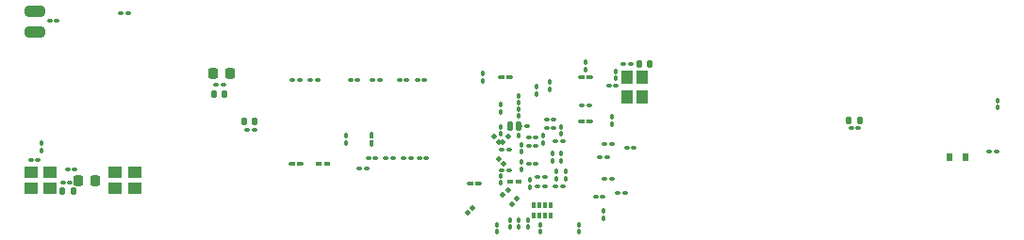
<source format=gbr>
%TF.GenerationSoftware,KiCad,Pcbnew,(6.0.0)*%
%TF.CreationDate,2022-01-21T23:47:04+08:00*%
%TF.ProjectId,som,736f6d2e-6b69-4636-9164-5f7063625858,V0R1*%
%TF.SameCoordinates,Original*%
%TF.FileFunction,Paste,Bot*%
%TF.FilePolarity,Positive*%
%FSLAX46Y46*%
G04 Gerber Fmt 4.6, Leading zero omitted, Abs format (unit mm)*
G04 Created by KiCad (PCBNEW (6.0.0)) date 2022-01-21 23:47:04*
%MOMM*%
%LPD*%
G01*
G04 APERTURE LIST*
G04 Aperture macros list*
%AMRoundRect*
0 Rectangle with rounded corners*
0 $1 Rounding radius*
0 $2 $3 $4 $5 $6 $7 $8 $9 X,Y pos of 4 corners*
0 Add a 4 corners polygon primitive as box body*
4,1,4,$2,$3,$4,$5,$6,$7,$8,$9,$2,$3,0*
0 Add four circle primitives for the rounded corners*
1,1,$1+$1,$2,$3*
1,1,$1+$1,$4,$5*
1,1,$1+$1,$6,$7*
1,1,$1+$1,$8,$9*
0 Add four rect primitives between the rounded corners*
20,1,$1+$1,$2,$3,$4,$5,0*
20,1,$1+$1,$4,$5,$6,$7,0*
20,1,$1+$1,$6,$7,$8,$9,0*
20,1,$1+$1,$8,$9,$2,$3,0*%
G04 Aperture macros list end*
%ADD10RoundRect,0.100000X0.175000X0.100000X-0.175000X0.100000X-0.175000X-0.100000X0.175000X-0.100000X0*%
%ADD11RoundRect,0.100000X0.125000X0.100000X-0.125000X0.100000X-0.125000X-0.100000X0.125000X-0.100000X0*%
%ADD12RoundRect,0.100000X-0.130000X-0.100000X0.130000X-0.100000X0.130000X0.100000X-0.130000X0.100000X0*%
%ADD13RoundRect,0.100000X0.100000X-0.130000X0.100000X0.130000X-0.100000X0.130000X-0.100000X-0.130000X0*%
%ADD14RoundRect,0.100000X0.130000X0.100000X-0.130000X0.100000X-0.130000X-0.100000X0.130000X-0.100000X0*%
%ADD15RoundRect,0.100000X-0.100000X0.130000X-0.100000X-0.130000X0.100000X-0.130000X0.100000X0.130000X0*%
%ADD16RoundRect,0.100000X-0.175000X-0.100000X0.175000X-0.100000X0.175000X0.100000X-0.175000X0.100000X0*%
%ADD17RoundRect,0.100000X-0.125000X-0.100000X0.125000X-0.100000X0.125000X0.100000X-0.125000X0.100000X0*%
%ADD18RoundRect,0.100000X0.021213X0.162635X-0.162635X-0.021213X-0.021213X-0.162635X0.162635X0.021213X0*%
%ADD19RoundRect,0.218750X0.218750X0.256250X-0.218750X0.256250X-0.218750X-0.256250X0.218750X-0.256250X0*%
%ADD20RoundRect,0.225000X-0.225000X-0.250000X0.225000X-0.250000X0.225000X0.250000X-0.225000X0.250000X0*%
%ADD21RoundRect,0.100000X-0.100000X0.175000X-0.100000X-0.175000X0.100000X-0.175000X0.100000X0.175000X0*%
%ADD22RoundRect,0.100000X-0.100000X0.125000X-0.100000X-0.125000X0.100000X-0.125000X0.100000X0.125000X0*%
%ADD23RoundRect,0.100000X-0.021213X-0.162635X0.162635X0.021213X0.021213X0.162635X-0.162635X-0.021213X0*%
%ADD24RoundRect,0.243750X-0.656250X0.243750X-0.656250X-0.243750X0.656250X-0.243750X0.656250X0.243750X0*%
%ADD25RoundRect,0.147500X0.147500X0.172500X-0.147500X0.172500X-0.147500X-0.172500X0.147500X-0.172500X0*%
%ADD26R,0.600000X0.700000*%
%ADD27RoundRect,0.137500X0.137500X0.262500X-0.137500X0.262500X-0.137500X-0.262500X0.137500X-0.262500X0*%
%ADD28RoundRect,0.140000X0.140000X0.170000X-0.140000X0.170000X-0.140000X-0.170000X0.140000X-0.170000X0*%
%ADD29R,1.150000X1.000000*%
%ADD30RoundRect,0.100000X-0.162635X0.021213X0.021213X-0.162635X0.162635X-0.021213X-0.021213X0.162635X0*%
%ADD31RoundRect,0.140000X-0.140000X-0.170000X0.140000X-0.170000X0.140000X0.170000X-0.140000X0.170000X0*%
%ADD32R,0.400000X0.500000*%
%ADD33R,0.300000X0.500000*%
%ADD34R,1.000000X1.150000*%
G04 APERTURE END LIST*
D10*
%TO.C,C96*%
X50250000Y-6500000D03*
X50950000Y-6500000D03*
D11*
X51000000Y-6500000D03*
X50200000Y-6500000D03*
%TD*%
D12*
%TO.C,C88*%
X50280000Y-9100000D03*
X50920000Y-9100000D03*
%TD*%
D13*
%TO.C,C89*%
X47400000Y-7620000D03*
X47400000Y-6980000D03*
%TD*%
D14*
%TO.C,C91*%
X43720000Y-13000000D03*
X43080000Y-13000000D03*
%TD*%
D13*
%TO.C,C93*%
X43800000Y-20020000D03*
X43800000Y-19380000D03*
%TD*%
D10*
%TO.C,C95*%
X43050000Y-6500000D03*
X43750000Y-6500000D03*
D11*
X43800000Y-6500000D03*
X43000000Y-6500000D03*
%TD*%
D15*
%TO.C,C90*%
X44600000Y-8180000D03*
X44600000Y-8820000D03*
%TD*%
D14*
%TO.C,C92*%
X43720000Y-14900000D03*
X43080000Y-14900000D03*
%TD*%
D15*
%TO.C,C123*%
X50000000Y-19780000D03*
X50000000Y-20420000D03*
%TD*%
D12*
%TO.C,C124*%
X51480000Y-17300000D03*
X52120000Y-17300000D03*
%TD*%
%TO.C,C126*%
X53480000Y-16900000D03*
X54120000Y-16900000D03*
%TD*%
D13*
%TO.C,C125*%
X52200000Y-19220000D03*
X52200000Y-18580000D03*
%TD*%
D14*
%TO.C,C127*%
X52920000Y-15700000D03*
X52280000Y-15700000D03*
%TD*%
D15*
%TO.C,C131*%
X53000000Y-10080000D03*
X53000000Y-10720000D03*
%TD*%
D12*
%TO.C,C128*%
X51880000Y-13700000D03*
X52520000Y-13700000D03*
%TD*%
D14*
%TO.C,C129*%
X54920000Y-12900000D03*
X54280000Y-12900000D03*
%TD*%
D12*
%TO.C,C130*%
X52280000Y-12500000D03*
X52920000Y-12500000D03*
%TD*%
D14*
%TO.C,C132*%
X53320000Y-7300000D03*
X52680000Y-7300000D03*
%TD*%
%TO.C,C53*%
X48520000Y-16300000D03*
X47880000Y-16300000D03*
%TD*%
%TO.C,C45*%
X48520000Y-12300000D03*
X47880000Y-12300000D03*
%TD*%
D16*
%TO.C,C54*%
X43850000Y-15900000D03*
X44550000Y-15900000D03*
D17*
X43800000Y-15900000D03*
X44600000Y-15900000D03*
%TD*%
D15*
%TO.C,C44*%
X48400000Y-10980000D03*
X48400000Y-11620000D03*
%TD*%
D18*
%TO.C,C52*%
X44426274Y-17473726D03*
X43973726Y-17926274D03*
%TD*%
D13*
%TO.C,C47*%
X48800000Y-15620000D03*
X48800000Y-14980000D03*
%TD*%
D15*
%TO.C,C48*%
X44800000Y-12580000D03*
X44800000Y-13220000D03*
%TD*%
D13*
%TO.C,C50*%
X44600000Y-10020000D03*
X44600000Y-9380000D03*
%TD*%
D15*
%TO.C,C49*%
X44800000Y-14180000D03*
X44800000Y-14820000D03*
%TD*%
D13*
%TO.C,C46*%
X48400000Y-14020000D03*
X48400000Y-13380000D03*
%TD*%
D12*
%TO.C,C43*%
X47080000Y-11100000D03*
X47720000Y-11100000D03*
%TD*%
%TO.C,C64*%
X46280000Y-15500000D03*
X46920000Y-15500000D03*
%TD*%
D15*
%TO.C,C67*%
X47600000Y-13380000D03*
X47600000Y-14020000D03*
%TD*%
D16*
%TO.C,C133*%
X50250000Y-10500000D03*
X50950000Y-10500000D03*
D17*
X50200000Y-10500000D03*
X51000000Y-10500000D03*
%TD*%
D12*
%TO.C,C66*%
X45480000Y-14300000D03*
X46120000Y-14300000D03*
%TD*%
%TO.C,C63*%
X46280000Y-16300000D03*
X46920000Y-16300000D03*
%TD*%
D13*
%TO.C,C65*%
X48000000Y-15620000D03*
X48000000Y-14980000D03*
%TD*%
D12*
%TO.C,C68*%
X45480000Y-12700000D03*
X46120000Y-12700000D03*
%TD*%
%TO.C,C69*%
X45480000Y-11900000D03*
X46120000Y-11900000D03*
%TD*%
D19*
%TO.C,C2*%
X6587500Y-15800000D03*
X5012500Y-15800000D03*
%TD*%
D18*
%TO.C,C16*%
X43626274Y-16673726D03*
X43173726Y-17126274D03*
%TD*%
D15*
%TO.C,C58*%
X42600000Y-19780000D03*
X42600000Y-20420000D03*
%TD*%
D18*
%TO.C,C15*%
X43626274Y-11873726D03*
X43173726Y-12326274D03*
%TD*%
D13*
%TO.C,R10*%
X50600000Y-5820000D03*
X50600000Y-5180000D03*
%TD*%
%TO.C,R11*%
X43000000Y-9620000D03*
X43000000Y-8980000D03*
%TD*%
D15*
%TO.C,R7*%
X45400000Y-19380000D03*
X45400000Y-20020000D03*
%TD*%
%TO.C,R12*%
X43000000Y-10980000D03*
X43000000Y-11620000D03*
%TD*%
D20*
%TO.C,C20*%
X17125000Y-6200000D03*
X18675000Y-6200000D03*
%TD*%
D14*
%TO.C,R9*%
X30920000Y-14700000D03*
X30280000Y-14700000D03*
%TD*%
D13*
%TO.C,C57*%
X43000000Y-16020000D03*
X43000000Y-15380000D03*
%TD*%
D14*
%TO.C,C79*%
X36120000Y-6800000D03*
X35480000Y-6800000D03*
%TD*%
D12*
%TO.C,C83*%
X31080000Y-13800000D03*
X31720000Y-13800000D03*
%TD*%
%TO.C,C76*%
X29480000Y-6800000D03*
X30120000Y-6800000D03*
%TD*%
%TO.C,C81*%
X34280000Y-13800000D03*
X34920000Y-13800000D03*
%TD*%
D15*
%TO.C,C55*%
X41400000Y-6180000D03*
X41400000Y-6820000D03*
%TD*%
D14*
%TO.C,C74*%
X24920000Y-6800000D03*
X24280000Y-6800000D03*
%TD*%
%TO.C,C75*%
X26520000Y-6800000D03*
X25880000Y-6800000D03*
%TD*%
%TO.C,C18*%
X20870000Y-11300000D03*
X20230000Y-11300000D03*
%TD*%
%TO.C,C78*%
X34520000Y-6800000D03*
X33880000Y-6800000D03*
%TD*%
%TO.C,C82*%
X33320000Y-13800000D03*
X32680000Y-13800000D03*
%TD*%
%TO.C,C77*%
X32120000Y-6800000D03*
X31480000Y-6800000D03*
%TD*%
D15*
%TO.C,R1*%
X29100000Y-11780000D03*
X29100000Y-12420000D03*
%TD*%
D21*
%TO.C,C62*%
X31400000Y-12450000D03*
X31400000Y-11750000D03*
D22*
X31400000Y-11700000D03*
X31400000Y-12500000D03*
%TD*%
D23*
%TO.C,C60*%
X39973726Y-18726274D03*
X40426274Y-18273726D03*
%TD*%
D16*
%TO.C,C85*%
X26650000Y-14300000D03*
X27350000Y-14300000D03*
D17*
X26600000Y-14300000D03*
X27400000Y-14300000D03*
%TD*%
D15*
%TO.C,R8*%
X44600000Y-19380000D03*
X44600000Y-20020000D03*
%TD*%
D10*
%TO.C,C84*%
X24250000Y-14300000D03*
X24950000Y-14300000D03*
D11*
X25000000Y-14300000D03*
X24200000Y-14300000D03*
%TD*%
D16*
%TO.C,C61*%
X40250000Y-16100000D03*
X40950000Y-16100000D03*
D17*
X40200000Y-16100000D03*
X41000000Y-16100000D03*
%TD*%
D14*
%TO.C,C80*%
X36320000Y-13800000D03*
X35680000Y-13800000D03*
%TD*%
D12*
%TO.C,C1*%
X2480000Y-1400000D03*
X3120000Y-1400000D03*
%TD*%
D24*
%TO.C,L1*%
X1100000Y-562500D03*
X1100000Y-2437500D03*
%TD*%
D25*
%TO.C,C29*%
X75185000Y-10400000D03*
X74215000Y-10400000D03*
%TD*%
D14*
%TO.C,C30*%
X75095000Y-11100000D03*
X74455000Y-11100000D03*
%TD*%
D26*
%TO.C,D1*%
X84700000Y-13700000D03*
X83300000Y-13700000D03*
%TD*%
D12*
%TO.C,R4*%
X8880000Y-800000D03*
X9520000Y-800000D03*
%TD*%
D27*
%TO.C,C72*%
X44550000Y-10900000D03*
X43850000Y-10900000D03*
D11*
X44600000Y-10900000D03*
X43800000Y-10900000D03*
%TD*%
D12*
%TO.C,FB3*%
X44680000Y-10900000D03*
X45320000Y-10900000D03*
%TD*%
D28*
%TO.C,C19*%
X20880000Y-10500000D03*
X19920000Y-10500000D03*
%TD*%
D15*
%TO.C,C73*%
X44600000Y-11130000D03*
X44600000Y-11770000D03*
%TD*%
%TO.C,C51*%
X45600000Y-15780000D03*
X45600000Y-16420000D03*
%TD*%
%TO.C,C71*%
X46800000Y-11780000D03*
X46800000Y-12420000D03*
%TD*%
D13*
%TO.C,C94*%
X46500000Y-20420000D03*
X46500000Y-19780000D03*
%TD*%
D14*
%TO.C,R6*%
X87495000Y-13200000D03*
X86855000Y-13200000D03*
%TD*%
D29*
%TO.C,X1*%
X10075000Y-16500000D03*
X8325000Y-16500000D03*
X8325000Y-15100000D03*
X10075000Y-15100000D03*
%TD*%
D13*
%TO.C,C26*%
X87600000Y-9245000D03*
X87600000Y-8605000D03*
%TD*%
D30*
%TO.C,C56*%
X42373726Y-11873726D03*
X42826274Y-12326274D03*
%TD*%
D12*
%TO.C,C70*%
X47080000Y-10300000D03*
X47720000Y-10300000D03*
%TD*%
D31*
%TO.C,C21*%
X17220000Y-8000000D03*
X18180000Y-8000000D03*
%TD*%
D12*
%TO.C,C22*%
X17405000Y-7200000D03*
X18045000Y-7200000D03*
%TD*%
D13*
%TO.C,R14*%
X46200000Y-8020000D03*
X46200000Y-7380000D03*
%TD*%
D29*
%TO.C,X2*%
X2525000Y-16500000D03*
X775000Y-16500000D03*
X775000Y-15100000D03*
X2525000Y-15100000D03*
%TD*%
D32*
%TO.C,RN9*%
X47450000Y-19000000D03*
D33*
X46950000Y-19000000D03*
X46450000Y-19000000D03*
D32*
X45950000Y-19000000D03*
X45950000Y-18000000D03*
D33*
X46450000Y-18000000D03*
X46950000Y-18000000D03*
D32*
X47450000Y-18000000D03*
%TD*%
D30*
%TO.C,C59*%
X42773726Y-13873726D03*
X43226274Y-14326274D03*
%TD*%
D12*
%TO.C,C27*%
X3655000Y-16000000D03*
X4295000Y-16000000D03*
%TD*%
D31*
%TO.C,C28*%
X3620000Y-16750000D03*
X4580000Y-16750000D03*
%TD*%
D12*
%TO.C,FB2*%
X4080000Y-14850000D03*
X4720000Y-14850000D03*
%TD*%
%TO.C,C10*%
X780000Y-14000000D03*
X1420000Y-14000000D03*
%TD*%
D15*
%TO.C,R3*%
X1700000Y-12480000D03*
X1700000Y-13120000D03*
%TD*%
D31*
%TO.C,C121*%
X55420000Y-5300000D03*
X56380000Y-5300000D03*
%TD*%
D14*
%TO.C,C122*%
X54620000Y-5300000D03*
X53980000Y-5300000D03*
%TD*%
D15*
%TO.C,FB5*%
X53300000Y-5980000D03*
X53300000Y-6620000D03*
%TD*%
D34*
%TO.C,X5*%
X55700000Y-6525000D03*
X55700000Y-8275000D03*
X54300000Y-8275000D03*
X54300000Y-6525000D03*
%TD*%
M02*

</source>
